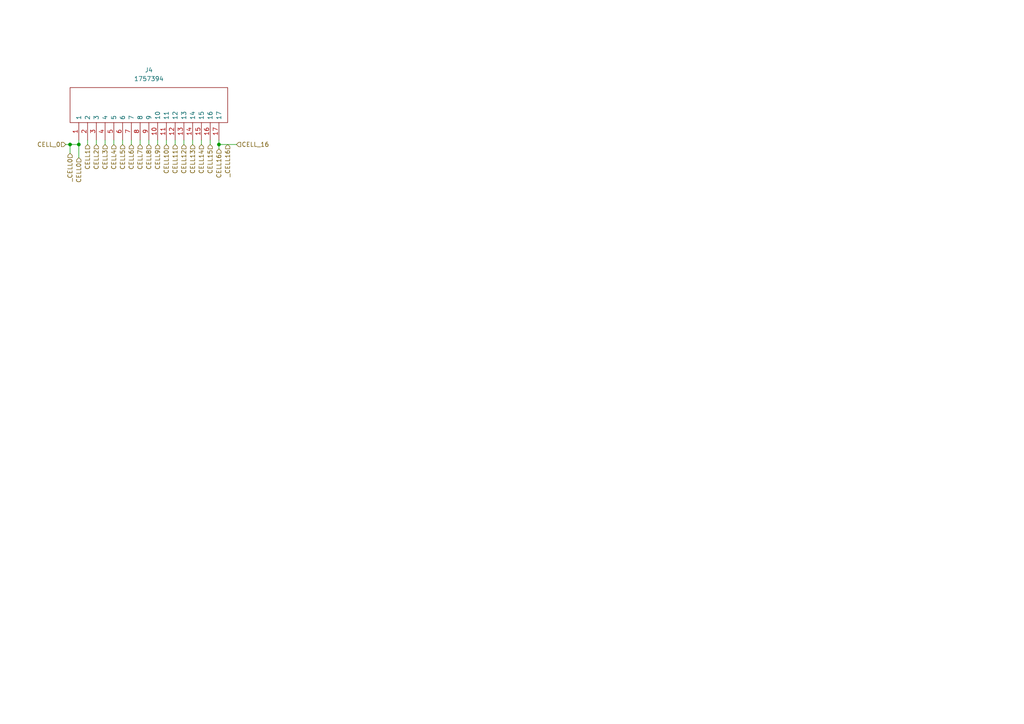
<source format=kicad_sch>
(kicad_sch (version 20230121) (generator eeschema)
  (paper "A4")
  (lib_symbols
    (symbol "Library:1757394" (pin_names (offset 0.762))
      (property "Reference" "J" (at 16.51 7.62 0))
      (property "Value" "1757394" (at 16.51 5.08 0))
      (symbol "1757394_0_0"
        (pin passive line (at 0 0 0) (length 5.08) (name "1") (number "1"))
        (pin passive line (at 0 -22.86 0) (length 5.08) (name "10") (number "10"))
        (pin passive line (at 0 -25.4 0) (length 5.08) (name "11") (number "11"))
        (pin passive line (at 0 -27.94 0) (length 5.08) (name "12") (number "12"))
        (pin passive line (at 0 -30.48 0) (length 5.08) (name "13") (number "13"))
        (pin passive line (at 0 -33.02 0) (length 5.08) (name "14") (number "14"))
        (pin passive line (at 0 -35.56 0) (length 5.08) (name "15") (number "15"))
        (pin passive line (at 0 -38.1 0) (length 5.08) (name "16") (number "16"))
        (pin passive line (at 0 -40.64 0) (length 5.08) (name "17") (number "17"))
        (pin passive line (at 0 -2.54 0) (length 5.08) (name "2") (number "2"))
        (pin passive line (at 0 -5.08 0) (length 5.08) (name "3") (number "3"))
        (pin passive line (at 0 -7.62 0) (length 5.08) (name "4") (number "4"))
        (pin passive line (at 0 -10.16 0) (length 5.08) (name "5") (number "5"))
        (pin passive line (at 0 -12.7 0) (length 5.08) (name "6") (number "6"))
        (pin passive line (at 0 -15.24 0) (length 5.08) (name "7") (number "7"))
        (pin passive line (at 0 -17.78 0) (length 5.08) (name "8") (number "8"))
        (pin passive line (at 0 -20.32 0) (length 5.08) (name "9") (number "9"))
      )
      (symbol "1757394_0_1"
        (polyline (pts (xy 5.08 2.54) (xy 15.24 2.54) (xy 15.24 -43.18) (xy 5.08 -43.18) (xy 5.08 2.54)) (stroke (width 0.1524)))
      )
    )
  )
  (junction (at 22.86 41.91))
  (junction (at 20.32 41.91))
  (junction (at 63.5 41.91))
  (wire (pts (xy 19.05 41.91) (xy 20.32 41.91)))
  (wire (pts (xy 27.94 41.91) (xy 27.94 40.64)))
  (wire (pts (xy 22.86 41.91) (xy 22.86 45.72)))
  (wire (pts (xy 60.96 41.91) (xy 60.96 40.64)))
  (wire (pts (xy 43.18 41.91) (xy 43.18 40.64)))
  (wire (pts (xy 58.42 41.91) (xy 58.42 40.64)))
  (wire (pts (xy 45.72 41.91) (xy 45.72 40.64)))
  (wire (pts (xy 55.88 41.91) (xy 55.88 40.64)))
  (wire (pts (xy 22.86 40.64) (xy 22.86 41.91)))
  (wire (pts (xy 33.02 41.91) (xy 33.02 40.64)))
  (wire (pts (xy 20.32 41.91) (xy 22.86 41.91)))
  (wire (pts (xy 25.4 41.91) (xy 25.4 40.64)))
  (wire (pts (xy 48.26 41.91) (xy 48.26 40.64)))
  (wire (pts (xy 20.32 41.91) (xy 20.32 44.45)))
  (wire (pts (xy 68.58 41.91) (xy 63.5 41.91)))
  (wire (pts (xy 53.34 41.91) (xy 53.34 40.64)))
  (wire (pts (xy 40.64 41.91) (xy 40.64 40.64)))
  (wire (pts (xy 50.8 41.91) (xy 50.8 40.64)))
  (wire (pts (xy 63.5 40.64) (xy 63.5 41.91)))
  (wire (pts (xy 35.56 41.91) (xy 35.56 40.64)))
  (wire (pts (xy 63.5 41.91) (xy 63.5 43.18)))
  (wire (pts (xy 30.48 40.64) (xy 30.48 41.91)))
  (wire (pts (xy 38.1 41.91) (xy 38.1 40.64)))
  (hierarchical_label "CELL3" (shape input) (at 30.48 41.91 270))
  (hierarchical_label "CELL16" (shape input) (at 63.5 43.18 270))
  (hierarchical_label "CELL10" (shape input) (at 48.26 41.91 270))
  (hierarchical_label "CELL1" (shape input) (at 25.4 41.91 270))
  (hierarchical_label "CELL_0" (shape input) (at 19.05 41.91 180))
  (hierarchical_label "CELL12" (shape input) (at 53.34 41.91 270))
  (hierarchical_label "CELL4" (shape input) (at 33.02 41.91 270))
  (hierarchical_label "CELL15" (shape input) (at 60.96 41.91 270))
  (hierarchical_label "CELL0" (shape input) (at 22.86 45.72 270))
  (hierarchical_label "CELL7" (shape input) (at 40.64 41.91 270))
  (hierarchical_label "CELL13" (shape input) (at 55.88 41.91 270))
  (hierarchical_label "CELL6" (shape input) (at 38.1 41.91 270))
  (hierarchical_label "CELL14" (shape input) (at 58.42 41.91 270))
  (hierarchical_label "CELL5" (shape input) (at 35.56 41.91 270))
  (hierarchical_label "CELL_16" (shape input) (at 68.58 41.91 0))
  (hierarchical_label "CELL9" (shape input) (at 45.72 41.91 270))
  (hierarchical_label "CELL2" (shape input) (at 27.94 41.91 270))
  (hierarchical_label "_CELL0" (shape input) (at 20.32 44.45 270))
  (hierarchical_label "_CELL16" (shape input) (at 66.04 41.91 270))
  (hierarchical_label "CELL8" (shape input) (at 43.18 41.91 270))
  (hierarchical_label "CELL11" (shape input) (at 50.8 41.91 270))
  (symbol (lib_id "Library:1757394") (at 22.86 40.64 90) (unit 1)
    (property "Reference" "J4" (at 43.18 20.32 90))
    (property "Value" "1757394" (at 43.18 22.86 90))
    (property "Footprint" "Samacsys:1757394" (effects hide))
    (property "Datasheet" "http://www.phoenixcontact.com/de/produkte/1757394/pdf" (effects hide))
    (property "Description" "PCB header, nominal cross section: 2.5 mm?, color: green, nominal current: 12 A, rated voltage (III/2): 320 V, contact surface: Tin, type of contact: Male connector, Number of potentials: 17, Number of rows: 1, Number of positions per row: 17, number of connections: 17, product range: MSTBA 2,5/..-G, pitch: 5.08 mm, mounting: Wave soldering, pin layout: Linear pinning, solder pin [P]: 3.5 mm, Stecksystem: CLASSIC COMBICON, Locking: without, type of packaging: packed in cardboard" (effects hide))
    (property "Height" "8.72" (effects hide))
    (property "Manufacturer_Name" "Phoenix Contact" (effects hide))
    (property "Manufacturer_Part_Number" "1757394" (effects hide))
  )
)
</source>
